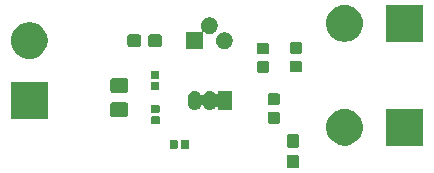
<source format=gbr>
G04 #@! TF.GenerationSoftware,KiCad,Pcbnew,(5.1.5)-3*
G04 #@! TF.CreationDate,2020-12-11T12:36:31+02:00*
G04 #@! TF.ProjectId,Single_transistor_AMP,53696e67-6c65-45f7-9472-616e73697374,V1.0*
G04 #@! TF.SameCoordinates,Original*
G04 #@! TF.FileFunction,Soldermask,Top*
G04 #@! TF.FilePolarity,Negative*
%FSLAX46Y46*%
G04 Gerber Fmt 4.6, Leading zero omitted, Abs format (unit mm)*
G04 Created by KiCad (PCBNEW (5.1.5)-3) date 2020-12-11 12:36:31*
%MOMM*%
%LPD*%
G04 APERTURE LIST*
%ADD10C,0.100000*%
G04 APERTURE END LIST*
D10*
G36*
X143339499Y-89678445D02*
G01*
X143376995Y-89689820D01*
X143411554Y-89708292D01*
X143441847Y-89733153D01*
X143466708Y-89763446D01*
X143485180Y-89798005D01*
X143496555Y-89835501D01*
X143501000Y-89880638D01*
X143501000Y-90619362D01*
X143496555Y-90664499D01*
X143485180Y-90701995D01*
X143466708Y-90736554D01*
X143441847Y-90766847D01*
X143411554Y-90791708D01*
X143376995Y-90810180D01*
X143339499Y-90821555D01*
X143294362Y-90826000D01*
X142655638Y-90826000D01*
X142610501Y-90821555D01*
X142573005Y-90810180D01*
X142538446Y-90791708D01*
X142508153Y-90766847D01*
X142483292Y-90736554D01*
X142464820Y-90701995D01*
X142453445Y-90664499D01*
X142449000Y-90619362D01*
X142449000Y-89880638D01*
X142453445Y-89835501D01*
X142464820Y-89798005D01*
X142483292Y-89763446D01*
X142508153Y-89733153D01*
X142538446Y-89708292D01*
X142573005Y-89689820D01*
X142610501Y-89678445D01*
X142655638Y-89674000D01*
X143294362Y-89674000D01*
X143339499Y-89678445D01*
G37*
G36*
X134106938Y-88431716D02*
G01*
X134127557Y-88437971D01*
X134146553Y-88448124D01*
X134163208Y-88461792D01*
X134176876Y-88478447D01*
X134187029Y-88497443D01*
X134193284Y-88518062D01*
X134196000Y-88545640D01*
X134196000Y-89054360D01*
X134193284Y-89081938D01*
X134187029Y-89102557D01*
X134176876Y-89121553D01*
X134163208Y-89138208D01*
X134146553Y-89151876D01*
X134127557Y-89162029D01*
X134106938Y-89168284D01*
X134079360Y-89171000D01*
X133620640Y-89171000D01*
X133593062Y-89168284D01*
X133572443Y-89162029D01*
X133553447Y-89151876D01*
X133536792Y-89138208D01*
X133523124Y-89121553D01*
X133512971Y-89102557D01*
X133506716Y-89081938D01*
X133504000Y-89054360D01*
X133504000Y-88545640D01*
X133506716Y-88518062D01*
X133512971Y-88497443D01*
X133523124Y-88478447D01*
X133536792Y-88461792D01*
X133553447Y-88448124D01*
X133572443Y-88437971D01*
X133593062Y-88431716D01*
X133620640Y-88429000D01*
X134079360Y-88429000D01*
X134106938Y-88431716D01*
G37*
G36*
X133136938Y-88431716D02*
G01*
X133157557Y-88437971D01*
X133176553Y-88448124D01*
X133193208Y-88461792D01*
X133206876Y-88478447D01*
X133217029Y-88497443D01*
X133223284Y-88518062D01*
X133226000Y-88545640D01*
X133226000Y-89054360D01*
X133223284Y-89081938D01*
X133217029Y-89102557D01*
X133206876Y-89121553D01*
X133193208Y-89138208D01*
X133176553Y-89151876D01*
X133157557Y-89162029D01*
X133136938Y-89168284D01*
X133109360Y-89171000D01*
X132650640Y-89171000D01*
X132623062Y-89168284D01*
X132602443Y-89162029D01*
X132583447Y-89151876D01*
X132566792Y-89138208D01*
X132553124Y-89121553D01*
X132542971Y-89102557D01*
X132536716Y-89081938D01*
X132534000Y-89054360D01*
X132534000Y-88545640D01*
X132536716Y-88518062D01*
X132542971Y-88497443D01*
X132553124Y-88478447D01*
X132566792Y-88461792D01*
X132583447Y-88448124D01*
X132602443Y-88437971D01*
X132623062Y-88431716D01*
X132650640Y-88429000D01*
X133109360Y-88429000D01*
X133136938Y-88431716D01*
G37*
G36*
X143339499Y-87928445D02*
G01*
X143376995Y-87939820D01*
X143411554Y-87958292D01*
X143441847Y-87983153D01*
X143466708Y-88013446D01*
X143485180Y-88048005D01*
X143496555Y-88085501D01*
X143501000Y-88130638D01*
X143501000Y-88869362D01*
X143496555Y-88914499D01*
X143485180Y-88951995D01*
X143466708Y-88986554D01*
X143441847Y-89016847D01*
X143411554Y-89041708D01*
X143376995Y-89060180D01*
X143339499Y-89071555D01*
X143294362Y-89076000D01*
X142655638Y-89076000D01*
X142610501Y-89071555D01*
X142573005Y-89060180D01*
X142538446Y-89041708D01*
X142508153Y-89016847D01*
X142483292Y-88986554D01*
X142464820Y-88951995D01*
X142453445Y-88914499D01*
X142449000Y-88869362D01*
X142449000Y-88130638D01*
X142453445Y-88085501D01*
X142464820Y-88048005D01*
X142483292Y-88013446D01*
X142508153Y-87983153D01*
X142538446Y-87958292D01*
X142573005Y-87939820D01*
X142610501Y-87928445D01*
X142655638Y-87924000D01*
X143294362Y-87924000D01*
X143339499Y-87928445D01*
G37*
G36*
X147647585Y-85828802D02*
G01*
X147797410Y-85858604D01*
X148079674Y-85975521D01*
X148333705Y-86145259D01*
X148549741Y-86361295D01*
X148719479Y-86615326D01*
X148836396Y-86897590D01*
X148896000Y-87197240D01*
X148896000Y-87502760D01*
X148836396Y-87802410D01*
X148719479Y-88084674D01*
X148549741Y-88338705D01*
X148333705Y-88554741D01*
X148079674Y-88724479D01*
X147797410Y-88841396D01*
X147682218Y-88864309D01*
X147497761Y-88901000D01*
X147192239Y-88901000D01*
X147007782Y-88864309D01*
X146892590Y-88841396D01*
X146610326Y-88724479D01*
X146356295Y-88554741D01*
X146140259Y-88338705D01*
X145970521Y-88084674D01*
X145853604Y-87802410D01*
X145794000Y-87502760D01*
X145794000Y-87197240D01*
X145853604Y-86897590D01*
X145970521Y-86615326D01*
X146140259Y-86361295D01*
X146356295Y-86145259D01*
X146610326Y-85975521D01*
X146892590Y-85858604D01*
X147042415Y-85828802D01*
X147192239Y-85799000D01*
X147497761Y-85799000D01*
X147647585Y-85828802D01*
G37*
G36*
X153976000Y-88901000D02*
G01*
X150874000Y-88901000D01*
X150874000Y-85799000D01*
X153976000Y-85799000D01*
X153976000Y-88901000D01*
G37*
G36*
X131606938Y-86426716D02*
G01*
X131627557Y-86432971D01*
X131646553Y-86443124D01*
X131663208Y-86456792D01*
X131676876Y-86473447D01*
X131687029Y-86492443D01*
X131693284Y-86513062D01*
X131696000Y-86540640D01*
X131696000Y-86999360D01*
X131693284Y-87026938D01*
X131687029Y-87047557D01*
X131676876Y-87066553D01*
X131663208Y-87083208D01*
X131646553Y-87096876D01*
X131627557Y-87107029D01*
X131606938Y-87113284D01*
X131579360Y-87116000D01*
X131070640Y-87116000D01*
X131043062Y-87113284D01*
X131022443Y-87107029D01*
X131003447Y-87096876D01*
X130986792Y-87083208D01*
X130973124Y-87066553D01*
X130962971Y-87047557D01*
X130956716Y-87026938D01*
X130954000Y-86999360D01*
X130954000Y-86540640D01*
X130956716Y-86513062D01*
X130962971Y-86492443D01*
X130973124Y-86473447D01*
X130986792Y-86456792D01*
X131003447Y-86443124D01*
X131022443Y-86432971D01*
X131043062Y-86426716D01*
X131070640Y-86424000D01*
X131579360Y-86424000D01*
X131606938Y-86426716D01*
G37*
G36*
X141729591Y-86065585D02*
G01*
X141763569Y-86075893D01*
X141794890Y-86092634D01*
X141822339Y-86115161D01*
X141844866Y-86142610D01*
X141861607Y-86173931D01*
X141871915Y-86207909D01*
X141876000Y-86249390D01*
X141876000Y-86850610D01*
X141871915Y-86892091D01*
X141861607Y-86926069D01*
X141844866Y-86957390D01*
X141822339Y-86984839D01*
X141794890Y-87007366D01*
X141763569Y-87024107D01*
X141729591Y-87034415D01*
X141688110Y-87038500D01*
X141011890Y-87038500D01*
X140970409Y-87034415D01*
X140936431Y-87024107D01*
X140905110Y-87007366D01*
X140877661Y-86984839D01*
X140855134Y-86957390D01*
X140838393Y-86926069D01*
X140828085Y-86892091D01*
X140824000Y-86850610D01*
X140824000Y-86249390D01*
X140828085Y-86207909D01*
X140838393Y-86173931D01*
X140855134Y-86142610D01*
X140877661Y-86115161D01*
X140905110Y-86092634D01*
X140936431Y-86075893D01*
X140970409Y-86065585D01*
X141011890Y-86061500D01*
X141688110Y-86061500D01*
X141729591Y-86065585D01*
G37*
G36*
X122201000Y-86641000D02*
G01*
X119099000Y-86641000D01*
X119099000Y-83539000D01*
X122201000Y-83539000D01*
X122201000Y-86641000D01*
G37*
G36*
X128858674Y-85248465D02*
G01*
X128896367Y-85259899D01*
X128931103Y-85278466D01*
X128961548Y-85303452D01*
X128986534Y-85333897D01*
X129005101Y-85368633D01*
X129016535Y-85406326D01*
X129021000Y-85451661D01*
X129021000Y-86288339D01*
X129016535Y-86333674D01*
X129005101Y-86371367D01*
X128986534Y-86406103D01*
X128961548Y-86436548D01*
X128931103Y-86461534D01*
X128896367Y-86480101D01*
X128858674Y-86491535D01*
X128813339Y-86496000D01*
X127726661Y-86496000D01*
X127681326Y-86491535D01*
X127643633Y-86480101D01*
X127608897Y-86461534D01*
X127578452Y-86436548D01*
X127553466Y-86406103D01*
X127534899Y-86371367D01*
X127523465Y-86333674D01*
X127519000Y-86288339D01*
X127519000Y-85451661D01*
X127523465Y-85406326D01*
X127534899Y-85368633D01*
X127553466Y-85333897D01*
X127578452Y-85303452D01*
X127608897Y-85278466D01*
X127643633Y-85259899D01*
X127681326Y-85248465D01*
X127726661Y-85244000D01*
X128813339Y-85244000D01*
X128858674Y-85248465D01*
G37*
G36*
X131606938Y-85456716D02*
G01*
X131627557Y-85462971D01*
X131646553Y-85473124D01*
X131663208Y-85486792D01*
X131676876Y-85503447D01*
X131687029Y-85522443D01*
X131693284Y-85543062D01*
X131696000Y-85570640D01*
X131696000Y-86029360D01*
X131693284Y-86056938D01*
X131687029Y-86077557D01*
X131676876Y-86096553D01*
X131663208Y-86113208D01*
X131646553Y-86126876D01*
X131627557Y-86137029D01*
X131606938Y-86143284D01*
X131579360Y-86146000D01*
X131070640Y-86146000D01*
X131043062Y-86143284D01*
X131022443Y-86137029D01*
X131003447Y-86126876D01*
X130986792Y-86113208D01*
X130973124Y-86096553D01*
X130962971Y-86077557D01*
X130956716Y-86056938D01*
X130954000Y-86029360D01*
X130954000Y-85570640D01*
X130956716Y-85543062D01*
X130962971Y-85522443D01*
X130973124Y-85503447D01*
X130986792Y-85486792D01*
X131003447Y-85473124D01*
X131022443Y-85462971D01*
X131043062Y-85456716D01*
X131070640Y-85454000D01*
X131579360Y-85454000D01*
X131606938Y-85456716D01*
G37*
G36*
X136042916Y-84282334D02*
G01*
X136151492Y-84315271D01*
X136151495Y-84315272D01*
X136187601Y-84334571D01*
X136251557Y-84368756D01*
X136339264Y-84440736D01*
X136402383Y-84517646D01*
X136419702Y-84534965D01*
X136440077Y-84548579D01*
X136462716Y-84557957D01*
X136486749Y-84562737D01*
X136511253Y-84562737D01*
X136535286Y-84557957D01*
X136557925Y-84548579D01*
X136578299Y-84534966D01*
X136595626Y-84517639D01*
X136609240Y-84497264D01*
X136618618Y-84474625D01*
X136623398Y-84450592D01*
X136624000Y-84438340D01*
X136624000Y-84274000D01*
X137776000Y-84274000D01*
X137776000Y-85876000D01*
X136624000Y-85876000D01*
X136624000Y-85711660D01*
X136621598Y-85687274D01*
X136614485Y-85663825D01*
X136602934Y-85642214D01*
X136587389Y-85623272D01*
X136568447Y-85607727D01*
X136546836Y-85596176D01*
X136523387Y-85589063D01*
X136499001Y-85586661D01*
X136474615Y-85589063D01*
X136451166Y-85596176D01*
X136429555Y-85607727D01*
X136402381Y-85632356D01*
X136339264Y-85709264D01*
X136251556Y-85781244D01*
X136187600Y-85815429D01*
X136151494Y-85834728D01*
X136151491Y-85834729D01*
X136042915Y-85867666D01*
X135930000Y-85878787D01*
X135817084Y-85867666D01*
X135708508Y-85834729D01*
X135708505Y-85834728D01*
X135672399Y-85815429D01*
X135608443Y-85781244D01*
X135520736Y-85709264D01*
X135448756Y-85621556D01*
X135405239Y-85540140D01*
X135391625Y-85519766D01*
X135374298Y-85502439D01*
X135353924Y-85488825D01*
X135331285Y-85479448D01*
X135307251Y-85474668D01*
X135282747Y-85474668D01*
X135258714Y-85479449D01*
X135236075Y-85488826D01*
X135215701Y-85502440D01*
X135198374Y-85519767D01*
X135184762Y-85540140D01*
X135141244Y-85621557D01*
X135069264Y-85709264D01*
X134981556Y-85781244D01*
X134917600Y-85815429D01*
X134881494Y-85834728D01*
X134881491Y-85834729D01*
X134772915Y-85867666D01*
X134660000Y-85878787D01*
X134547084Y-85867666D01*
X134438508Y-85834729D01*
X134438505Y-85834728D01*
X134402399Y-85815429D01*
X134338443Y-85781244D01*
X134250736Y-85709264D01*
X134178756Y-85621556D01*
X134135239Y-85540140D01*
X134125272Y-85521494D01*
X134120169Y-85504671D01*
X134092334Y-85412915D01*
X134084000Y-85328297D01*
X134084000Y-84821702D01*
X134092334Y-84737084D01*
X134125271Y-84628508D01*
X134125272Y-84628505D01*
X134178756Y-84528445D01*
X134178757Y-84528443D01*
X134250737Y-84440736D01*
X134338444Y-84368756D01*
X134402400Y-84334571D01*
X134438506Y-84315272D01*
X134438509Y-84315271D01*
X134547085Y-84282334D01*
X134660000Y-84271213D01*
X134772916Y-84282334D01*
X134881492Y-84315271D01*
X134881495Y-84315272D01*
X134917601Y-84334571D01*
X134981557Y-84368756D01*
X135069264Y-84440736D01*
X135141244Y-84528443D01*
X135178920Y-84598931D01*
X135184761Y-84609859D01*
X135198375Y-84630234D01*
X135215702Y-84647561D01*
X135236076Y-84661174D01*
X135258715Y-84670552D01*
X135282748Y-84675332D01*
X135307252Y-84675332D01*
X135331285Y-84670552D01*
X135353924Y-84661174D01*
X135374299Y-84647560D01*
X135391626Y-84630233D01*
X135405239Y-84609859D01*
X135448756Y-84528445D01*
X135448757Y-84528443D01*
X135520737Y-84440736D01*
X135608444Y-84368756D01*
X135672400Y-84334571D01*
X135708506Y-84315272D01*
X135708509Y-84315271D01*
X135817085Y-84282334D01*
X135930000Y-84271213D01*
X136042916Y-84282334D01*
G37*
G36*
X141729591Y-84490585D02*
G01*
X141763569Y-84500893D01*
X141794890Y-84517634D01*
X141822339Y-84540161D01*
X141844866Y-84567610D01*
X141861607Y-84598931D01*
X141871915Y-84632909D01*
X141876000Y-84674390D01*
X141876000Y-85275610D01*
X141871915Y-85317091D01*
X141861607Y-85351069D01*
X141844866Y-85382390D01*
X141822339Y-85409839D01*
X141794890Y-85432366D01*
X141763569Y-85449107D01*
X141729591Y-85459415D01*
X141688110Y-85463500D01*
X141011890Y-85463500D01*
X140970409Y-85459415D01*
X140936431Y-85449107D01*
X140905110Y-85432366D01*
X140877661Y-85409839D01*
X140855134Y-85382390D01*
X140838393Y-85351069D01*
X140828085Y-85317091D01*
X140824000Y-85275610D01*
X140824000Y-84674390D01*
X140828085Y-84632909D01*
X140838393Y-84598931D01*
X140855134Y-84567610D01*
X140877661Y-84540161D01*
X140905110Y-84517634D01*
X140936431Y-84500893D01*
X140970409Y-84490585D01*
X141011890Y-84486500D01*
X141688110Y-84486500D01*
X141729591Y-84490585D01*
G37*
G36*
X128858674Y-83198465D02*
G01*
X128896367Y-83209899D01*
X128931103Y-83228466D01*
X128961548Y-83253452D01*
X128986534Y-83283897D01*
X129005101Y-83318633D01*
X129016535Y-83356326D01*
X129021000Y-83401661D01*
X129021000Y-84238339D01*
X129016535Y-84283674D01*
X129005101Y-84321367D01*
X128986534Y-84356103D01*
X128961548Y-84386548D01*
X128931103Y-84411534D01*
X128896367Y-84430101D01*
X128858674Y-84441535D01*
X128813339Y-84446000D01*
X127726661Y-84446000D01*
X127681326Y-84441535D01*
X127643633Y-84430101D01*
X127608897Y-84411534D01*
X127578452Y-84386548D01*
X127553466Y-84356103D01*
X127534899Y-84321367D01*
X127523465Y-84283674D01*
X127519000Y-84238339D01*
X127519000Y-83401661D01*
X127523465Y-83356326D01*
X127534899Y-83318633D01*
X127553466Y-83283897D01*
X127578452Y-83253452D01*
X127608897Y-83228466D01*
X127643633Y-83209899D01*
X127681326Y-83198465D01*
X127726661Y-83194000D01*
X128813339Y-83194000D01*
X128858674Y-83198465D01*
G37*
G36*
X131581938Y-83531716D02*
G01*
X131602557Y-83537971D01*
X131621553Y-83548124D01*
X131638208Y-83561792D01*
X131651876Y-83578447D01*
X131662029Y-83597443D01*
X131668284Y-83618062D01*
X131671000Y-83645640D01*
X131671000Y-84104360D01*
X131668284Y-84131938D01*
X131662029Y-84152557D01*
X131651876Y-84171553D01*
X131638208Y-84188208D01*
X131621553Y-84201876D01*
X131602557Y-84212029D01*
X131581938Y-84218284D01*
X131554360Y-84221000D01*
X131045640Y-84221000D01*
X131018062Y-84218284D01*
X130997443Y-84212029D01*
X130978447Y-84201876D01*
X130961792Y-84188208D01*
X130948124Y-84171553D01*
X130937971Y-84152557D01*
X130931716Y-84131938D01*
X130929000Y-84104360D01*
X130929000Y-83645640D01*
X130931716Y-83618062D01*
X130937971Y-83597443D01*
X130948124Y-83578447D01*
X130961792Y-83561792D01*
X130978447Y-83548124D01*
X130997443Y-83537971D01*
X131018062Y-83531716D01*
X131045640Y-83529000D01*
X131554360Y-83529000D01*
X131581938Y-83531716D01*
G37*
G36*
X131581938Y-82561716D02*
G01*
X131602557Y-82567971D01*
X131621553Y-82578124D01*
X131638208Y-82591792D01*
X131651876Y-82608447D01*
X131662029Y-82627443D01*
X131668284Y-82648062D01*
X131671000Y-82675640D01*
X131671000Y-83134360D01*
X131668284Y-83161938D01*
X131662029Y-83182557D01*
X131651876Y-83201553D01*
X131638208Y-83218208D01*
X131621553Y-83231876D01*
X131602557Y-83242029D01*
X131581938Y-83248284D01*
X131554360Y-83251000D01*
X131045640Y-83251000D01*
X131018062Y-83248284D01*
X130997443Y-83242029D01*
X130978447Y-83231876D01*
X130961792Y-83218208D01*
X130948124Y-83201553D01*
X130937971Y-83182557D01*
X130931716Y-83161938D01*
X130929000Y-83134360D01*
X130929000Y-82675640D01*
X130931716Y-82648062D01*
X130937971Y-82627443D01*
X130948124Y-82608447D01*
X130961792Y-82591792D01*
X130978447Y-82578124D01*
X130997443Y-82567971D01*
X131018062Y-82561716D01*
X131045640Y-82559000D01*
X131554360Y-82559000D01*
X131581938Y-82561716D01*
G37*
G36*
X140804591Y-81765585D02*
G01*
X140838569Y-81775893D01*
X140869890Y-81792634D01*
X140897339Y-81815161D01*
X140919866Y-81842610D01*
X140936607Y-81873931D01*
X140946915Y-81907909D01*
X140951000Y-81949390D01*
X140951000Y-82550610D01*
X140946915Y-82592091D01*
X140936607Y-82626069D01*
X140919866Y-82657390D01*
X140897339Y-82684839D01*
X140869890Y-82707366D01*
X140838569Y-82724107D01*
X140804591Y-82734415D01*
X140763110Y-82738500D01*
X140086890Y-82738500D01*
X140045409Y-82734415D01*
X140011431Y-82724107D01*
X139980110Y-82707366D01*
X139952661Y-82684839D01*
X139930134Y-82657390D01*
X139913393Y-82626069D01*
X139903085Y-82592091D01*
X139899000Y-82550610D01*
X139899000Y-81949390D01*
X139903085Y-81907909D01*
X139913393Y-81873931D01*
X139930134Y-81842610D01*
X139952661Y-81815161D01*
X139980110Y-81792634D01*
X140011431Y-81775893D01*
X140045409Y-81765585D01*
X140086890Y-81761500D01*
X140763110Y-81761500D01*
X140804591Y-81765585D01*
G37*
G36*
X143604591Y-81715585D02*
G01*
X143638569Y-81725893D01*
X143669890Y-81742634D01*
X143697339Y-81765161D01*
X143719866Y-81792610D01*
X143736607Y-81823931D01*
X143746915Y-81857909D01*
X143751000Y-81899390D01*
X143751000Y-82500610D01*
X143746915Y-82542091D01*
X143736607Y-82576069D01*
X143719866Y-82607390D01*
X143697339Y-82634839D01*
X143669890Y-82657366D01*
X143638569Y-82674107D01*
X143604591Y-82684415D01*
X143563110Y-82688500D01*
X142886890Y-82688500D01*
X142845409Y-82684415D01*
X142811431Y-82674107D01*
X142780110Y-82657366D01*
X142752661Y-82634839D01*
X142730134Y-82607390D01*
X142713393Y-82576069D01*
X142703085Y-82542091D01*
X142699000Y-82500610D01*
X142699000Y-81899390D01*
X142703085Y-81857909D01*
X142713393Y-81823931D01*
X142730134Y-81792610D01*
X142752661Y-81765161D01*
X142780110Y-81742634D01*
X142811431Y-81725893D01*
X142845409Y-81715585D01*
X142886890Y-81711500D01*
X143563110Y-81711500D01*
X143604591Y-81715585D01*
G37*
G36*
X120952585Y-78488802D02*
G01*
X121102410Y-78518604D01*
X121384674Y-78635521D01*
X121638705Y-78805259D01*
X121854741Y-79021295D01*
X122024479Y-79275326D01*
X122141396Y-79557590D01*
X122159052Y-79646354D01*
X122201000Y-79857239D01*
X122201000Y-80162761D01*
X122174686Y-80295052D01*
X122141396Y-80462410D01*
X122024479Y-80744674D01*
X121854741Y-80998705D01*
X121638705Y-81214741D01*
X121384674Y-81384479D01*
X121102410Y-81501396D01*
X120952585Y-81531198D01*
X120802761Y-81561000D01*
X120497239Y-81561000D01*
X120347415Y-81531198D01*
X120197590Y-81501396D01*
X119915326Y-81384479D01*
X119661295Y-81214741D01*
X119445259Y-80998705D01*
X119275521Y-80744674D01*
X119158604Y-80462410D01*
X119125314Y-80295052D01*
X119099000Y-80162761D01*
X119099000Y-79857239D01*
X119140948Y-79646354D01*
X119158604Y-79557590D01*
X119275521Y-79275326D01*
X119445259Y-79021295D01*
X119661295Y-78805259D01*
X119915326Y-78635521D01*
X120197590Y-78518604D01*
X120347415Y-78488802D01*
X120497239Y-78459000D01*
X120802761Y-78459000D01*
X120952585Y-78488802D01*
G37*
G36*
X140804591Y-80190585D02*
G01*
X140838569Y-80200893D01*
X140869890Y-80217634D01*
X140897339Y-80240161D01*
X140919866Y-80267610D01*
X140936607Y-80298931D01*
X140946915Y-80332909D01*
X140951000Y-80374390D01*
X140951000Y-80975610D01*
X140946915Y-81017091D01*
X140936607Y-81051069D01*
X140919866Y-81082390D01*
X140897339Y-81109839D01*
X140869890Y-81132366D01*
X140838569Y-81149107D01*
X140804591Y-81159415D01*
X140763110Y-81163500D01*
X140086890Y-81163500D01*
X140045409Y-81159415D01*
X140011431Y-81149107D01*
X139980110Y-81132366D01*
X139952661Y-81109839D01*
X139930134Y-81082390D01*
X139913393Y-81051069D01*
X139903085Y-81017091D01*
X139899000Y-80975610D01*
X139899000Y-80374390D01*
X139903085Y-80332909D01*
X139913393Y-80298931D01*
X139930134Y-80267610D01*
X139952661Y-80240161D01*
X139980110Y-80217634D01*
X140011431Y-80200893D01*
X140045409Y-80190585D01*
X140086890Y-80186500D01*
X140763110Y-80186500D01*
X140804591Y-80190585D01*
G37*
G36*
X143604591Y-80140585D02*
G01*
X143638569Y-80150893D01*
X143669890Y-80167634D01*
X143697339Y-80190161D01*
X143719866Y-80217610D01*
X143736607Y-80248931D01*
X143746915Y-80282909D01*
X143751000Y-80324390D01*
X143751000Y-80925610D01*
X143746915Y-80967091D01*
X143736607Y-81001069D01*
X143719866Y-81032390D01*
X143697339Y-81059839D01*
X143669890Y-81082366D01*
X143638569Y-81099107D01*
X143604591Y-81109415D01*
X143563110Y-81113500D01*
X142886890Y-81113500D01*
X142845409Y-81109415D01*
X142811431Y-81099107D01*
X142780110Y-81082366D01*
X142752661Y-81059839D01*
X142730134Y-81032390D01*
X142713393Y-81001069D01*
X142703085Y-80967091D01*
X142699000Y-80925610D01*
X142699000Y-80324390D01*
X142703085Y-80282909D01*
X142713393Y-80248931D01*
X142730134Y-80217610D01*
X142752661Y-80190161D01*
X142780110Y-80167634D01*
X142811431Y-80150893D01*
X142845409Y-80140585D01*
X142886890Y-80136500D01*
X143563110Y-80136500D01*
X143604591Y-80140585D01*
G37*
G36*
X136094473Y-78065938D02*
G01*
X136222049Y-78118782D01*
X136336859Y-78195495D01*
X136434505Y-78293141D01*
X136511218Y-78407951D01*
X136564062Y-78535527D01*
X136591000Y-78670956D01*
X136591000Y-78809044D01*
X136564062Y-78944473D01*
X136511218Y-79072049D01*
X136434505Y-79186859D01*
X136336859Y-79284505D01*
X136222049Y-79361218D01*
X136094473Y-79414062D01*
X135959044Y-79441000D01*
X135820956Y-79441000D01*
X135685527Y-79414062D01*
X135557951Y-79361218D01*
X135515444Y-79332816D01*
X135493833Y-79321265D01*
X135470384Y-79314152D01*
X135445998Y-79311750D01*
X135421612Y-79314152D01*
X135398163Y-79321265D01*
X135376553Y-79332817D01*
X135357611Y-79348362D01*
X135342066Y-79367304D01*
X135330515Y-79388915D01*
X135323402Y-79412364D01*
X135321000Y-79436749D01*
X135321000Y-80711000D01*
X133919000Y-80711000D01*
X133919000Y-79309000D01*
X135193251Y-79309000D01*
X135217637Y-79306598D01*
X135241086Y-79299485D01*
X135262697Y-79287934D01*
X135281639Y-79272389D01*
X135297184Y-79253447D01*
X135308735Y-79231836D01*
X135315848Y-79208387D01*
X135318250Y-79184001D01*
X135315848Y-79159615D01*
X135308735Y-79136166D01*
X135297184Y-79114556D01*
X135268782Y-79072049D01*
X135215938Y-78944473D01*
X135189000Y-78809044D01*
X135189000Y-78670956D01*
X135215938Y-78535527D01*
X135268782Y-78407951D01*
X135345495Y-78293141D01*
X135443141Y-78195495D01*
X135557951Y-78118782D01*
X135685527Y-78065938D01*
X135820956Y-78039000D01*
X135959044Y-78039000D01*
X136094473Y-78065938D01*
G37*
G36*
X137364473Y-79335938D02*
G01*
X137492049Y-79388782D01*
X137606859Y-79465495D01*
X137704505Y-79563141D01*
X137781218Y-79677951D01*
X137834062Y-79805527D01*
X137861000Y-79940956D01*
X137861000Y-80079044D01*
X137834062Y-80214473D01*
X137781218Y-80342049D01*
X137704505Y-80456859D01*
X137606859Y-80554505D01*
X137492049Y-80631218D01*
X137364473Y-80684062D01*
X137229044Y-80711000D01*
X137090956Y-80711000D01*
X136955527Y-80684062D01*
X136827951Y-80631218D01*
X136713141Y-80554505D01*
X136615495Y-80456859D01*
X136538782Y-80342049D01*
X136485938Y-80214473D01*
X136459000Y-80079044D01*
X136459000Y-79940956D01*
X136485938Y-79805527D01*
X136538782Y-79677951D01*
X136615495Y-79563141D01*
X136713141Y-79465495D01*
X136827951Y-79388782D01*
X136955527Y-79335938D01*
X137090956Y-79309000D01*
X137229044Y-79309000D01*
X137364473Y-79335938D01*
G37*
G36*
X129954499Y-79488445D02*
G01*
X129991995Y-79499820D01*
X130026554Y-79518292D01*
X130056847Y-79543153D01*
X130081708Y-79573446D01*
X130100180Y-79608005D01*
X130111555Y-79645501D01*
X130116000Y-79690638D01*
X130116000Y-80329362D01*
X130111555Y-80374499D01*
X130100180Y-80411995D01*
X130081708Y-80446554D01*
X130056847Y-80476847D01*
X130026554Y-80501708D01*
X129991995Y-80520180D01*
X129954499Y-80531555D01*
X129909362Y-80536000D01*
X129170638Y-80536000D01*
X129125501Y-80531555D01*
X129088005Y-80520180D01*
X129053446Y-80501708D01*
X129023153Y-80476847D01*
X128998292Y-80446554D01*
X128979820Y-80411995D01*
X128968445Y-80374499D01*
X128964000Y-80329362D01*
X128964000Y-79690638D01*
X128968445Y-79645501D01*
X128979820Y-79608005D01*
X128998292Y-79573446D01*
X129023153Y-79543153D01*
X129053446Y-79518292D01*
X129088005Y-79499820D01*
X129125501Y-79488445D01*
X129170638Y-79484000D01*
X129909362Y-79484000D01*
X129954499Y-79488445D01*
G37*
G36*
X131704499Y-79488445D02*
G01*
X131741995Y-79499820D01*
X131776554Y-79518292D01*
X131806847Y-79543153D01*
X131831708Y-79573446D01*
X131850180Y-79608005D01*
X131861555Y-79645501D01*
X131866000Y-79690638D01*
X131866000Y-80329362D01*
X131861555Y-80374499D01*
X131850180Y-80411995D01*
X131831708Y-80446554D01*
X131806847Y-80476847D01*
X131776554Y-80501708D01*
X131741995Y-80520180D01*
X131704499Y-80531555D01*
X131659362Y-80536000D01*
X130920638Y-80536000D01*
X130875501Y-80531555D01*
X130838005Y-80520180D01*
X130803446Y-80501708D01*
X130773153Y-80476847D01*
X130748292Y-80446554D01*
X130729820Y-80411995D01*
X130718445Y-80374499D01*
X130714000Y-80329362D01*
X130714000Y-79690638D01*
X130718445Y-79645501D01*
X130729820Y-79608005D01*
X130748292Y-79573446D01*
X130773153Y-79543153D01*
X130803446Y-79518292D01*
X130838005Y-79499820D01*
X130875501Y-79488445D01*
X130920638Y-79484000D01*
X131659362Y-79484000D01*
X131704499Y-79488445D01*
G37*
G36*
X153976000Y-80101000D02*
G01*
X150874000Y-80101000D01*
X150874000Y-76999000D01*
X153976000Y-76999000D01*
X153976000Y-80101000D01*
G37*
G36*
X147647585Y-77028802D02*
G01*
X147797410Y-77058604D01*
X148079674Y-77175521D01*
X148333705Y-77345259D01*
X148549741Y-77561295D01*
X148719479Y-77815326D01*
X148836396Y-78097590D01*
X148836396Y-78097591D01*
X148875294Y-78293141D01*
X148896000Y-78397240D01*
X148896000Y-78702760D01*
X148836396Y-79002410D01*
X148719479Y-79284674D01*
X148549741Y-79538705D01*
X148333705Y-79754741D01*
X148079674Y-79924479D01*
X147797410Y-80041396D01*
X147647585Y-80071198D01*
X147497761Y-80101000D01*
X147192239Y-80101000D01*
X147042415Y-80071198D01*
X146892590Y-80041396D01*
X146610326Y-79924479D01*
X146356295Y-79754741D01*
X146140259Y-79538705D01*
X145970521Y-79284674D01*
X145853604Y-79002410D01*
X145794000Y-78702760D01*
X145794000Y-78397240D01*
X145814707Y-78293141D01*
X145853604Y-78097591D01*
X145853604Y-78097590D01*
X145970521Y-77815326D01*
X146140259Y-77561295D01*
X146356295Y-77345259D01*
X146610326Y-77175521D01*
X146892590Y-77058604D01*
X147042415Y-77028802D01*
X147192239Y-76999000D01*
X147497761Y-76999000D01*
X147647585Y-77028802D01*
G37*
M02*

</source>
